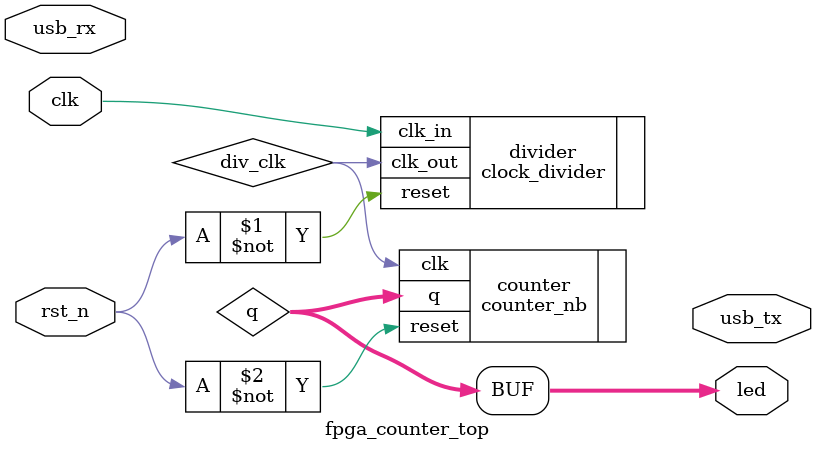
<source format=v>
module fpga_counter_top (
    input   wire    clk,
    input   wire    rst_n,
    input   wire    usb_rx,
    output  wire    usb_tx,
    output  wire    [7:0] led
);

    parameter N = 8;

    wire [N-1:0] q;
    wire div_clk;

    clock_divider #(
        .DIV_FACTOR(12500000)
    )
    divider (
        .reset(~rst_n),
        .clk_in(clk),
        .clk_out(div_clk)
    );

    counter_nb #( 
        .N(N) 
    ) counter (
        .clk(div_clk),
        .reset(~rst_n),
        .q(q)
    );

    assign led = (N > 8) ? q[7:0] : { {(8-N){1'b0}}, q };

endmodule


</source>
